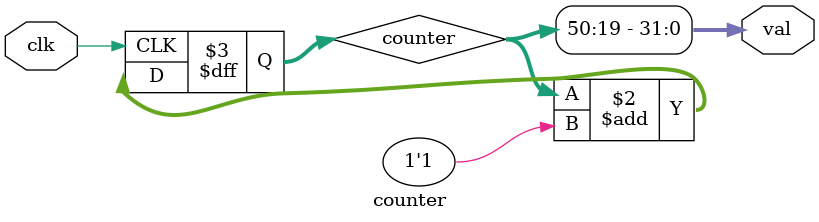
<source format=sv>
`timescale 1ns / 1ps


module counter(
    input wire clk,
    output logic [31:0] val
    );
    
    logic [60:0] counter;
    
    always_ff @(posedge clk)
           counter <= counter + 1'b 1;
            
    assign val[31:0] = counter[50:19];
          
endmodule


</source>
